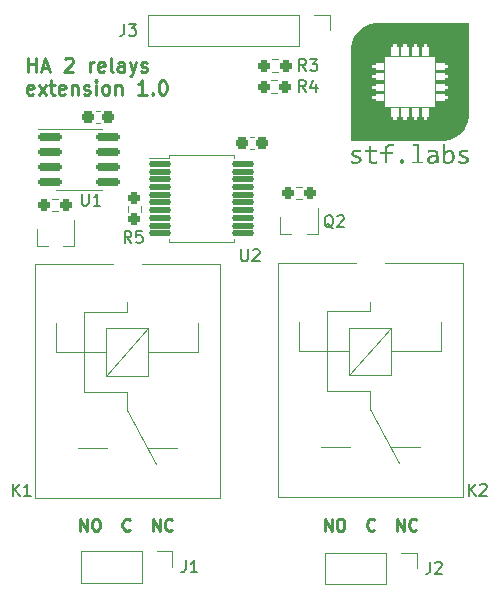
<source format=gto>
G04 #@! TF.GenerationSoftware,KiCad,Pcbnew,7.0.11-2.fc39*
G04 #@! TF.CreationDate,2024-06-02T00:51:06+02:00*
G04 #@! TF.ProjectId,two_relays_extension,74776f5f-7265-46c6-9179-735f65787465,rev?*
G04 #@! TF.SameCoordinates,Original*
G04 #@! TF.FileFunction,Legend,Top*
G04 #@! TF.FilePolarity,Positive*
%FSLAX46Y46*%
G04 Gerber Fmt 4.6, Leading zero omitted, Abs format (unit mm)*
G04 Created by KiCad (PCBNEW 7.0.11-2.fc39) date 2024-06-02 00:51:06*
%MOMM*%
%LPD*%
G01*
G04 APERTURE LIST*
G04 Aperture macros list*
%AMRoundRect*
0 Rectangle with rounded corners*
0 $1 Rounding radius*
0 $2 $3 $4 $5 $6 $7 $8 $9 X,Y pos of 4 corners*
0 Add a 4 corners polygon primitive as box body*
4,1,4,$2,$3,$4,$5,$6,$7,$8,$9,$2,$3,0*
0 Add four circle primitives for the rounded corners*
1,1,$1+$1,$2,$3*
1,1,$1+$1,$4,$5*
1,1,$1+$1,$6,$7*
1,1,$1+$1,$8,$9*
0 Add four rect primitives between the rounded corners*
20,1,$1+$1,$2,$3,$4,$5,0*
20,1,$1+$1,$4,$5,$6,$7,0*
20,1,$1+$1,$6,$7,$8,$9,0*
20,1,$1+$1,$8,$9,$2,$3,0*%
G04 Aperture macros list end*
%ADD10C,0.250000*%
%ADD11C,0.150000*%
%ADD12C,0.120000*%
%ADD13R,1.700000X1.700000*%
%ADD14O,1.700000X1.700000*%
%ADD15R,0.800000X0.900000*%
%ADD16C,3.000000*%
%ADD17C,2.500000*%
%ADD18RoundRect,0.237500X0.300000X0.237500X-0.300000X0.237500X-0.300000X-0.237500X0.300000X-0.237500X0*%
%ADD19RoundRect,0.237500X0.250000X0.237500X-0.250000X0.237500X-0.250000X-0.237500X0.250000X-0.237500X0*%
%ADD20RoundRect,0.237500X-0.237500X0.250000X-0.237500X-0.250000X0.237500X-0.250000X0.237500X0.250000X0*%
%ADD21RoundRect,0.125000X-0.825000X-0.125000X0.825000X-0.125000X0.825000X0.125000X-0.825000X0.125000X0*%
%ADD22RoundRect,0.237500X-0.300000X-0.237500X0.300000X-0.237500X0.300000X0.237500X-0.300000X0.237500X0*%
%ADD23RoundRect,0.150000X-0.825000X-0.150000X0.825000X-0.150000X0.825000X0.150000X-0.825000X0.150000X0*%
G04 APERTURE END LIST*
D10*
X153818568Y-102353619D02*
X153818568Y-101353619D01*
X153818568Y-101353619D02*
X154389996Y-102353619D01*
X154389996Y-102353619D02*
X154389996Y-101353619D01*
X155056663Y-101353619D02*
X155247139Y-101353619D01*
X155247139Y-101353619D02*
X155342377Y-101401238D01*
X155342377Y-101401238D02*
X155437615Y-101496476D01*
X155437615Y-101496476D02*
X155485234Y-101686952D01*
X155485234Y-101686952D02*
X155485234Y-102020285D01*
X155485234Y-102020285D02*
X155437615Y-102210761D01*
X155437615Y-102210761D02*
X155342377Y-102306000D01*
X155342377Y-102306000D02*
X155247139Y-102353619D01*
X155247139Y-102353619D02*
X155056663Y-102353619D01*
X155056663Y-102353619D02*
X154961425Y-102306000D01*
X154961425Y-102306000D02*
X154866187Y-102210761D01*
X154866187Y-102210761D02*
X154818568Y-102020285D01*
X154818568Y-102020285D02*
X154818568Y-101686952D01*
X154818568Y-101686952D02*
X154866187Y-101496476D01*
X154866187Y-101496476D02*
X154961425Y-101401238D01*
X154961425Y-101401238D02*
X155056663Y-101353619D01*
X158009044Y-102258380D02*
X157961425Y-102306000D01*
X157961425Y-102306000D02*
X157818568Y-102353619D01*
X157818568Y-102353619D02*
X157723330Y-102353619D01*
X157723330Y-102353619D02*
X157580473Y-102306000D01*
X157580473Y-102306000D02*
X157485235Y-102210761D01*
X157485235Y-102210761D02*
X157437616Y-102115523D01*
X157437616Y-102115523D02*
X157389997Y-101925047D01*
X157389997Y-101925047D02*
X157389997Y-101782190D01*
X157389997Y-101782190D02*
X157437616Y-101591714D01*
X157437616Y-101591714D02*
X157485235Y-101496476D01*
X157485235Y-101496476D02*
X157580473Y-101401238D01*
X157580473Y-101401238D02*
X157723330Y-101353619D01*
X157723330Y-101353619D02*
X157818568Y-101353619D01*
X157818568Y-101353619D02*
X157961425Y-101401238D01*
X157961425Y-101401238D02*
X158009044Y-101448857D01*
X159961426Y-102353619D02*
X159961426Y-101353619D01*
X159961426Y-101353619D02*
X160532854Y-102353619D01*
X160532854Y-102353619D02*
X160532854Y-101353619D01*
X161580473Y-102258380D02*
X161532854Y-102306000D01*
X161532854Y-102306000D02*
X161389997Y-102353619D01*
X161389997Y-102353619D02*
X161294759Y-102353619D01*
X161294759Y-102353619D02*
X161151902Y-102306000D01*
X161151902Y-102306000D02*
X161056664Y-102210761D01*
X161056664Y-102210761D02*
X161009045Y-102115523D01*
X161009045Y-102115523D02*
X160961426Y-101925047D01*
X160961426Y-101925047D02*
X160961426Y-101782190D01*
X160961426Y-101782190D02*
X161009045Y-101591714D01*
X161009045Y-101591714D02*
X161056664Y-101496476D01*
X161056664Y-101496476D02*
X161151902Y-101401238D01*
X161151902Y-101401238D02*
X161294759Y-101353619D01*
X161294759Y-101353619D02*
X161389997Y-101353619D01*
X161389997Y-101353619D02*
X161532854Y-101401238D01*
X161532854Y-101401238D02*
X161580473Y-101448857D01*
X133117568Y-102353619D02*
X133117568Y-101353619D01*
X133117568Y-101353619D02*
X133688996Y-102353619D01*
X133688996Y-102353619D02*
X133688996Y-101353619D01*
X134355663Y-101353619D02*
X134546139Y-101353619D01*
X134546139Y-101353619D02*
X134641377Y-101401238D01*
X134641377Y-101401238D02*
X134736615Y-101496476D01*
X134736615Y-101496476D02*
X134784234Y-101686952D01*
X134784234Y-101686952D02*
X134784234Y-102020285D01*
X134784234Y-102020285D02*
X134736615Y-102210761D01*
X134736615Y-102210761D02*
X134641377Y-102306000D01*
X134641377Y-102306000D02*
X134546139Y-102353619D01*
X134546139Y-102353619D02*
X134355663Y-102353619D01*
X134355663Y-102353619D02*
X134260425Y-102306000D01*
X134260425Y-102306000D02*
X134165187Y-102210761D01*
X134165187Y-102210761D02*
X134117568Y-102020285D01*
X134117568Y-102020285D02*
X134117568Y-101686952D01*
X134117568Y-101686952D02*
X134165187Y-101496476D01*
X134165187Y-101496476D02*
X134260425Y-101401238D01*
X134260425Y-101401238D02*
X134355663Y-101353619D01*
X137308044Y-102258380D02*
X137260425Y-102306000D01*
X137260425Y-102306000D02*
X137117568Y-102353619D01*
X137117568Y-102353619D02*
X137022330Y-102353619D01*
X137022330Y-102353619D02*
X136879473Y-102306000D01*
X136879473Y-102306000D02*
X136784235Y-102210761D01*
X136784235Y-102210761D02*
X136736616Y-102115523D01*
X136736616Y-102115523D02*
X136688997Y-101925047D01*
X136688997Y-101925047D02*
X136688997Y-101782190D01*
X136688997Y-101782190D02*
X136736616Y-101591714D01*
X136736616Y-101591714D02*
X136784235Y-101496476D01*
X136784235Y-101496476D02*
X136879473Y-101401238D01*
X136879473Y-101401238D02*
X137022330Y-101353619D01*
X137022330Y-101353619D02*
X137117568Y-101353619D01*
X137117568Y-101353619D02*
X137260425Y-101401238D01*
X137260425Y-101401238D02*
X137308044Y-101448857D01*
X139260426Y-102353619D02*
X139260426Y-101353619D01*
X139260426Y-101353619D02*
X139831854Y-102353619D01*
X139831854Y-102353619D02*
X139831854Y-101353619D01*
X140879473Y-102258380D02*
X140831854Y-102306000D01*
X140831854Y-102306000D02*
X140688997Y-102353619D01*
X140688997Y-102353619D02*
X140593759Y-102353619D01*
X140593759Y-102353619D02*
X140450902Y-102306000D01*
X140450902Y-102306000D02*
X140355664Y-102210761D01*
X140355664Y-102210761D02*
X140308045Y-102115523D01*
X140308045Y-102115523D02*
X140260426Y-101925047D01*
X140260426Y-101925047D02*
X140260426Y-101782190D01*
X140260426Y-101782190D02*
X140308045Y-101591714D01*
X140308045Y-101591714D02*
X140355664Y-101496476D01*
X140355664Y-101496476D02*
X140450902Y-101401238D01*
X140450902Y-101401238D02*
X140593759Y-101353619D01*
X140593759Y-101353619D02*
X140688997Y-101353619D01*
X140688997Y-101353619D02*
X140831854Y-101401238D01*
X140831854Y-101401238D02*
X140879473Y-101448857D01*
X128669387Y-63490942D02*
X128669387Y-62290942D01*
X128669387Y-62862371D02*
X129355101Y-62862371D01*
X129355101Y-63490942D02*
X129355101Y-62290942D01*
X129869387Y-63148085D02*
X130440816Y-63148085D01*
X129755101Y-63490942D02*
X130155101Y-62290942D01*
X130155101Y-62290942D02*
X130555101Y-63490942D01*
X131812244Y-62405228D02*
X131869387Y-62348085D01*
X131869387Y-62348085D02*
X131983673Y-62290942D01*
X131983673Y-62290942D02*
X132269387Y-62290942D01*
X132269387Y-62290942D02*
X132383673Y-62348085D01*
X132383673Y-62348085D02*
X132440815Y-62405228D01*
X132440815Y-62405228D02*
X132497958Y-62519514D01*
X132497958Y-62519514D02*
X132497958Y-62633800D01*
X132497958Y-62633800D02*
X132440815Y-62805228D01*
X132440815Y-62805228D02*
X131755101Y-63490942D01*
X131755101Y-63490942D02*
X132497958Y-63490942D01*
X133926530Y-63490942D02*
X133926530Y-62690942D01*
X133926530Y-62919514D02*
X133983673Y-62805228D01*
X133983673Y-62805228D02*
X134040816Y-62748085D01*
X134040816Y-62748085D02*
X134155101Y-62690942D01*
X134155101Y-62690942D02*
X134269387Y-62690942D01*
X135126530Y-63433800D02*
X135012244Y-63490942D01*
X135012244Y-63490942D02*
X134783673Y-63490942D01*
X134783673Y-63490942D02*
X134669387Y-63433800D01*
X134669387Y-63433800D02*
X134612244Y-63319514D01*
X134612244Y-63319514D02*
X134612244Y-62862371D01*
X134612244Y-62862371D02*
X134669387Y-62748085D01*
X134669387Y-62748085D02*
X134783673Y-62690942D01*
X134783673Y-62690942D02*
X135012244Y-62690942D01*
X135012244Y-62690942D02*
X135126530Y-62748085D01*
X135126530Y-62748085D02*
X135183673Y-62862371D01*
X135183673Y-62862371D02*
X135183673Y-62976657D01*
X135183673Y-62976657D02*
X134612244Y-63090942D01*
X135869386Y-63490942D02*
X135755101Y-63433800D01*
X135755101Y-63433800D02*
X135697958Y-63319514D01*
X135697958Y-63319514D02*
X135697958Y-62290942D01*
X136840815Y-63490942D02*
X136840815Y-62862371D01*
X136840815Y-62862371D02*
X136783672Y-62748085D01*
X136783672Y-62748085D02*
X136669386Y-62690942D01*
X136669386Y-62690942D02*
X136440815Y-62690942D01*
X136440815Y-62690942D02*
X136326529Y-62748085D01*
X136840815Y-63433800D02*
X136726529Y-63490942D01*
X136726529Y-63490942D02*
X136440815Y-63490942D01*
X136440815Y-63490942D02*
X136326529Y-63433800D01*
X136326529Y-63433800D02*
X136269386Y-63319514D01*
X136269386Y-63319514D02*
X136269386Y-63205228D01*
X136269386Y-63205228D02*
X136326529Y-63090942D01*
X136326529Y-63090942D02*
X136440815Y-63033800D01*
X136440815Y-63033800D02*
X136726529Y-63033800D01*
X136726529Y-63033800D02*
X136840815Y-62976657D01*
X137297957Y-62690942D02*
X137583671Y-63490942D01*
X137869386Y-62690942D02*
X137583671Y-63490942D01*
X137583671Y-63490942D02*
X137469386Y-63776657D01*
X137469386Y-63776657D02*
X137412243Y-63833800D01*
X137412243Y-63833800D02*
X137297957Y-63890942D01*
X138269386Y-63433800D02*
X138383672Y-63490942D01*
X138383672Y-63490942D02*
X138612243Y-63490942D01*
X138612243Y-63490942D02*
X138726529Y-63433800D01*
X138726529Y-63433800D02*
X138783672Y-63319514D01*
X138783672Y-63319514D02*
X138783672Y-63262371D01*
X138783672Y-63262371D02*
X138726529Y-63148085D01*
X138726529Y-63148085D02*
X138612243Y-63090942D01*
X138612243Y-63090942D02*
X138440815Y-63090942D01*
X138440815Y-63090942D02*
X138326529Y-63033800D01*
X138326529Y-63033800D02*
X138269386Y-62919514D01*
X138269386Y-62919514D02*
X138269386Y-62862371D01*
X138269386Y-62862371D02*
X138326529Y-62748085D01*
X138326529Y-62748085D02*
X138440815Y-62690942D01*
X138440815Y-62690942D02*
X138612243Y-62690942D01*
X138612243Y-62690942D02*
X138726529Y-62748085D01*
X129126530Y-65365800D02*
X129012244Y-65422942D01*
X129012244Y-65422942D02*
X128783673Y-65422942D01*
X128783673Y-65422942D02*
X128669387Y-65365800D01*
X128669387Y-65365800D02*
X128612244Y-65251514D01*
X128612244Y-65251514D02*
X128612244Y-64794371D01*
X128612244Y-64794371D02*
X128669387Y-64680085D01*
X128669387Y-64680085D02*
X128783673Y-64622942D01*
X128783673Y-64622942D02*
X129012244Y-64622942D01*
X129012244Y-64622942D02*
X129126530Y-64680085D01*
X129126530Y-64680085D02*
X129183673Y-64794371D01*
X129183673Y-64794371D02*
X129183673Y-64908657D01*
X129183673Y-64908657D02*
X128612244Y-65022942D01*
X129583672Y-65422942D02*
X130212244Y-64622942D01*
X129583672Y-64622942D02*
X130212244Y-65422942D01*
X130497958Y-64622942D02*
X130955101Y-64622942D01*
X130669387Y-64222942D02*
X130669387Y-65251514D01*
X130669387Y-65251514D02*
X130726530Y-65365800D01*
X130726530Y-65365800D02*
X130840815Y-65422942D01*
X130840815Y-65422942D02*
X130955101Y-65422942D01*
X131812244Y-65365800D02*
X131697958Y-65422942D01*
X131697958Y-65422942D02*
X131469387Y-65422942D01*
X131469387Y-65422942D02*
X131355101Y-65365800D01*
X131355101Y-65365800D02*
X131297958Y-65251514D01*
X131297958Y-65251514D02*
X131297958Y-64794371D01*
X131297958Y-64794371D02*
X131355101Y-64680085D01*
X131355101Y-64680085D02*
X131469387Y-64622942D01*
X131469387Y-64622942D02*
X131697958Y-64622942D01*
X131697958Y-64622942D02*
X131812244Y-64680085D01*
X131812244Y-64680085D02*
X131869387Y-64794371D01*
X131869387Y-64794371D02*
X131869387Y-64908657D01*
X131869387Y-64908657D02*
X131297958Y-65022942D01*
X132383672Y-64622942D02*
X132383672Y-65422942D01*
X132383672Y-64737228D02*
X132440815Y-64680085D01*
X132440815Y-64680085D02*
X132555100Y-64622942D01*
X132555100Y-64622942D02*
X132726529Y-64622942D01*
X132726529Y-64622942D02*
X132840815Y-64680085D01*
X132840815Y-64680085D02*
X132897958Y-64794371D01*
X132897958Y-64794371D02*
X132897958Y-65422942D01*
X133412243Y-65365800D02*
X133526529Y-65422942D01*
X133526529Y-65422942D02*
X133755100Y-65422942D01*
X133755100Y-65422942D02*
X133869386Y-65365800D01*
X133869386Y-65365800D02*
X133926529Y-65251514D01*
X133926529Y-65251514D02*
X133926529Y-65194371D01*
X133926529Y-65194371D02*
X133869386Y-65080085D01*
X133869386Y-65080085D02*
X133755100Y-65022942D01*
X133755100Y-65022942D02*
X133583672Y-65022942D01*
X133583672Y-65022942D02*
X133469386Y-64965800D01*
X133469386Y-64965800D02*
X133412243Y-64851514D01*
X133412243Y-64851514D02*
X133412243Y-64794371D01*
X133412243Y-64794371D02*
X133469386Y-64680085D01*
X133469386Y-64680085D02*
X133583672Y-64622942D01*
X133583672Y-64622942D02*
X133755100Y-64622942D01*
X133755100Y-64622942D02*
X133869386Y-64680085D01*
X134440815Y-65422942D02*
X134440815Y-64622942D01*
X134440815Y-64222942D02*
X134383672Y-64280085D01*
X134383672Y-64280085D02*
X134440815Y-64337228D01*
X134440815Y-64337228D02*
X134497958Y-64280085D01*
X134497958Y-64280085D02*
X134440815Y-64222942D01*
X134440815Y-64222942D02*
X134440815Y-64337228D01*
X135183672Y-65422942D02*
X135069387Y-65365800D01*
X135069387Y-65365800D02*
X135012244Y-65308657D01*
X135012244Y-65308657D02*
X134955101Y-65194371D01*
X134955101Y-65194371D02*
X134955101Y-64851514D01*
X134955101Y-64851514D02*
X135012244Y-64737228D01*
X135012244Y-64737228D02*
X135069387Y-64680085D01*
X135069387Y-64680085D02*
X135183672Y-64622942D01*
X135183672Y-64622942D02*
X135355101Y-64622942D01*
X135355101Y-64622942D02*
X135469387Y-64680085D01*
X135469387Y-64680085D02*
X135526530Y-64737228D01*
X135526530Y-64737228D02*
X135583672Y-64851514D01*
X135583672Y-64851514D02*
X135583672Y-65194371D01*
X135583672Y-65194371D02*
X135526530Y-65308657D01*
X135526530Y-65308657D02*
X135469387Y-65365800D01*
X135469387Y-65365800D02*
X135355101Y-65422942D01*
X135355101Y-65422942D02*
X135183672Y-65422942D01*
X136097958Y-64622942D02*
X136097958Y-65422942D01*
X136097958Y-64737228D02*
X136155101Y-64680085D01*
X136155101Y-64680085D02*
X136269386Y-64622942D01*
X136269386Y-64622942D02*
X136440815Y-64622942D01*
X136440815Y-64622942D02*
X136555101Y-64680085D01*
X136555101Y-64680085D02*
X136612244Y-64794371D01*
X136612244Y-64794371D02*
X136612244Y-65422942D01*
X138726529Y-65422942D02*
X138040815Y-65422942D01*
X138383672Y-65422942D02*
X138383672Y-64222942D01*
X138383672Y-64222942D02*
X138269386Y-64394371D01*
X138269386Y-64394371D02*
X138155101Y-64508657D01*
X138155101Y-64508657D02*
X138040815Y-64565800D01*
X139240815Y-65308657D02*
X139297958Y-65365800D01*
X139297958Y-65365800D02*
X139240815Y-65422942D01*
X139240815Y-65422942D02*
X139183672Y-65365800D01*
X139183672Y-65365800D02*
X139240815Y-65308657D01*
X139240815Y-65308657D02*
X139240815Y-65422942D01*
X140040815Y-64222942D02*
X140155101Y-64222942D01*
X140155101Y-64222942D02*
X140269387Y-64280085D01*
X140269387Y-64280085D02*
X140326530Y-64337228D01*
X140326530Y-64337228D02*
X140383672Y-64451514D01*
X140383672Y-64451514D02*
X140440815Y-64680085D01*
X140440815Y-64680085D02*
X140440815Y-64965800D01*
X140440815Y-64965800D02*
X140383672Y-65194371D01*
X140383672Y-65194371D02*
X140326530Y-65308657D01*
X140326530Y-65308657D02*
X140269387Y-65365800D01*
X140269387Y-65365800D02*
X140155101Y-65422942D01*
X140155101Y-65422942D02*
X140040815Y-65422942D01*
X140040815Y-65422942D02*
X139926530Y-65365800D01*
X139926530Y-65365800D02*
X139869387Y-65308657D01*
X139869387Y-65308657D02*
X139812244Y-65194371D01*
X139812244Y-65194371D02*
X139755101Y-64965800D01*
X139755101Y-64965800D02*
X139755101Y-64680085D01*
X139755101Y-64680085D02*
X139812244Y-64451514D01*
X139812244Y-64451514D02*
X139869387Y-64337228D01*
X139869387Y-64337228D02*
X139926530Y-64280085D01*
X139926530Y-64280085D02*
X140040815Y-64222942D01*
D11*
X136826666Y-59449619D02*
X136826666Y-60163904D01*
X136826666Y-60163904D02*
X136779047Y-60306761D01*
X136779047Y-60306761D02*
X136683809Y-60402000D01*
X136683809Y-60402000D02*
X136540952Y-60449619D01*
X136540952Y-60449619D02*
X136445714Y-60449619D01*
X137207619Y-59449619D02*
X137826666Y-59449619D01*
X137826666Y-59449619D02*
X137493333Y-59830571D01*
X137493333Y-59830571D02*
X137636190Y-59830571D01*
X137636190Y-59830571D02*
X137731428Y-59878190D01*
X137731428Y-59878190D02*
X137779047Y-59925809D01*
X137779047Y-59925809D02*
X137826666Y-60021047D01*
X137826666Y-60021047D02*
X137826666Y-60259142D01*
X137826666Y-60259142D02*
X137779047Y-60354380D01*
X137779047Y-60354380D02*
X137731428Y-60402000D01*
X137731428Y-60402000D02*
X137636190Y-60449619D01*
X137636190Y-60449619D02*
X137350476Y-60449619D01*
X137350476Y-60449619D02*
X137255238Y-60402000D01*
X137255238Y-60402000D02*
X137207619Y-60354380D01*
X162734666Y-104991819D02*
X162734666Y-105706104D01*
X162734666Y-105706104D02*
X162687047Y-105848961D01*
X162687047Y-105848961D02*
X162591809Y-105944200D01*
X162591809Y-105944200D02*
X162448952Y-105991819D01*
X162448952Y-105991819D02*
X162353714Y-105991819D01*
X163163238Y-105087057D02*
X163210857Y-105039438D01*
X163210857Y-105039438D02*
X163306095Y-104991819D01*
X163306095Y-104991819D02*
X163544190Y-104991819D01*
X163544190Y-104991819D02*
X163639428Y-105039438D01*
X163639428Y-105039438D02*
X163687047Y-105087057D01*
X163687047Y-105087057D02*
X163734666Y-105182295D01*
X163734666Y-105182295D02*
X163734666Y-105277533D01*
X163734666Y-105277533D02*
X163687047Y-105420390D01*
X163687047Y-105420390D02*
X163115619Y-105991819D01*
X163115619Y-105991819D02*
X163734666Y-105991819D01*
X154539961Y-76750057D02*
X154444723Y-76702438D01*
X154444723Y-76702438D02*
X154349485Y-76607200D01*
X154349485Y-76607200D02*
X154206628Y-76464342D01*
X154206628Y-76464342D02*
X154111390Y-76416723D01*
X154111390Y-76416723D02*
X154016152Y-76416723D01*
X154063771Y-76654819D02*
X153968533Y-76607200D01*
X153968533Y-76607200D02*
X153873295Y-76511961D01*
X153873295Y-76511961D02*
X153825676Y-76321485D01*
X153825676Y-76321485D02*
X153825676Y-75988152D01*
X153825676Y-75988152D02*
X153873295Y-75797676D01*
X153873295Y-75797676D02*
X153968533Y-75702438D01*
X153968533Y-75702438D02*
X154063771Y-75654819D01*
X154063771Y-75654819D02*
X154254247Y-75654819D01*
X154254247Y-75654819D02*
X154349485Y-75702438D01*
X154349485Y-75702438D02*
X154444723Y-75797676D01*
X154444723Y-75797676D02*
X154492342Y-75988152D01*
X154492342Y-75988152D02*
X154492342Y-76321485D01*
X154492342Y-76321485D02*
X154444723Y-76511961D01*
X154444723Y-76511961D02*
X154349485Y-76607200D01*
X154349485Y-76607200D02*
X154254247Y-76654819D01*
X154254247Y-76654819D02*
X154063771Y-76654819D01*
X154873295Y-75750057D02*
X154920914Y-75702438D01*
X154920914Y-75702438D02*
X155016152Y-75654819D01*
X155016152Y-75654819D02*
X155254247Y-75654819D01*
X155254247Y-75654819D02*
X155349485Y-75702438D01*
X155349485Y-75702438D02*
X155397104Y-75750057D01*
X155397104Y-75750057D02*
X155444723Y-75845295D01*
X155444723Y-75845295D02*
X155444723Y-75940533D01*
X155444723Y-75940533D02*
X155397104Y-76083390D01*
X155397104Y-76083390D02*
X154825676Y-76654819D01*
X154825676Y-76654819D02*
X155444723Y-76654819D01*
X127404905Y-99387819D02*
X127404905Y-98387819D01*
X127976333Y-99387819D02*
X127547762Y-98816390D01*
X127976333Y-98387819D02*
X127404905Y-98959247D01*
X128928714Y-99387819D02*
X128357286Y-99387819D01*
X128643000Y-99387819D02*
X128643000Y-98387819D01*
X128643000Y-98387819D02*
X128547762Y-98530676D01*
X128547762Y-98530676D02*
X128452524Y-98625914D01*
X128452524Y-98625914D02*
X128357286Y-98673533D01*
X137450533Y-77975619D02*
X137117200Y-77499428D01*
X136879105Y-77975619D02*
X136879105Y-76975619D01*
X136879105Y-76975619D02*
X137260057Y-76975619D01*
X137260057Y-76975619D02*
X137355295Y-77023238D01*
X137355295Y-77023238D02*
X137402914Y-77070857D01*
X137402914Y-77070857D02*
X137450533Y-77166095D01*
X137450533Y-77166095D02*
X137450533Y-77308952D01*
X137450533Y-77308952D02*
X137402914Y-77404190D01*
X137402914Y-77404190D02*
X137355295Y-77451809D01*
X137355295Y-77451809D02*
X137260057Y-77499428D01*
X137260057Y-77499428D02*
X136879105Y-77499428D01*
X138355295Y-76975619D02*
X137879105Y-76975619D01*
X137879105Y-76975619D02*
X137831486Y-77451809D01*
X137831486Y-77451809D02*
X137879105Y-77404190D01*
X137879105Y-77404190D02*
X137974343Y-77356571D01*
X137974343Y-77356571D02*
X138212438Y-77356571D01*
X138212438Y-77356571D02*
X138307676Y-77404190D01*
X138307676Y-77404190D02*
X138355295Y-77451809D01*
X138355295Y-77451809D02*
X138402914Y-77547047D01*
X138402914Y-77547047D02*
X138402914Y-77785142D01*
X138402914Y-77785142D02*
X138355295Y-77880380D01*
X138355295Y-77880380D02*
X138307676Y-77928000D01*
X138307676Y-77928000D02*
X138212438Y-77975619D01*
X138212438Y-77975619D02*
X137974343Y-77975619D01*
X137974343Y-77975619D02*
X137879105Y-77928000D01*
X137879105Y-77928000D02*
X137831486Y-77880380D01*
X152207933Y-65199419D02*
X151874600Y-64723228D01*
X151636505Y-65199419D02*
X151636505Y-64199419D01*
X151636505Y-64199419D02*
X152017457Y-64199419D01*
X152017457Y-64199419D02*
X152112695Y-64247038D01*
X152112695Y-64247038D02*
X152160314Y-64294657D01*
X152160314Y-64294657D02*
X152207933Y-64389895D01*
X152207933Y-64389895D02*
X152207933Y-64532752D01*
X152207933Y-64532752D02*
X152160314Y-64627990D01*
X152160314Y-64627990D02*
X152112695Y-64675609D01*
X152112695Y-64675609D02*
X152017457Y-64723228D01*
X152017457Y-64723228D02*
X151636505Y-64723228D01*
X153065076Y-64532752D02*
X153065076Y-65199419D01*
X152826981Y-64151800D02*
X152588886Y-64866085D01*
X152588886Y-64866085D02*
X153207933Y-64866085D01*
X142033666Y-104864819D02*
X142033666Y-105579104D01*
X142033666Y-105579104D02*
X141986047Y-105721961D01*
X141986047Y-105721961D02*
X141890809Y-105817200D01*
X141890809Y-105817200D02*
X141747952Y-105864819D01*
X141747952Y-105864819D02*
X141652714Y-105864819D01*
X143033666Y-105864819D02*
X142462238Y-105864819D01*
X142747952Y-105864819D02*
X142747952Y-104864819D01*
X142747952Y-104864819D02*
X142652714Y-105007676D01*
X142652714Y-105007676D02*
X142557476Y-105102914D01*
X142557476Y-105102914D02*
X142462238Y-105150533D01*
X146735895Y-78525019D02*
X146735895Y-79334542D01*
X146735895Y-79334542D02*
X146783514Y-79429780D01*
X146783514Y-79429780D02*
X146831133Y-79477400D01*
X146831133Y-79477400D02*
X146926371Y-79525019D01*
X146926371Y-79525019D02*
X147116847Y-79525019D01*
X147116847Y-79525019D02*
X147212085Y-79477400D01*
X147212085Y-79477400D02*
X147259704Y-79429780D01*
X147259704Y-79429780D02*
X147307323Y-79334542D01*
X147307323Y-79334542D02*
X147307323Y-78525019D01*
X147735895Y-78620257D02*
X147783514Y-78572638D01*
X147783514Y-78572638D02*
X147878752Y-78525019D01*
X147878752Y-78525019D02*
X148116847Y-78525019D01*
X148116847Y-78525019D02*
X148212085Y-78572638D01*
X148212085Y-78572638D02*
X148259704Y-78620257D01*
X148259704Y-78620257D02*
X148307323Y-78715495D01*
X148307323Y-78715495D02*
X148307323Y-78810733D01*
X148307323Y-78810733D02*
X148259704Y-78953590D01*
X148259704Y-78953590D02*
X147688276Y-79525019D01*
X147688276Y-79525019D02*
X148307323Y-79525019D01*
X133248495Y-73826019D02*
X133248495Y-74635542D01*
X133248495Y-74635542D02*
X133296114Y-74730780D01*
X133296114Y-74730780D02*
X133343733Y-74778400D01*
X133343733Y-74778400D02*
X133438971Y-74826019D01*
X133438971Y-74826019D02*
X133629447Y-74826019D01*
X133629447Y-74826019D02*
X133724685Y-74778400D01*
X133724685Y-74778400D02*
X133772304Y-74730780D01*
X133772304Y-74730780D02*
X133819923Y-74635542D01*
X133819923Y-74635542D02*
X133819923Y-73826019D01*
X134819923Y-74826019D02*
X134248495Y-74826019D01*
X134534209Y-74826019D02*
X134534209Y-73826019D01*
X134534209Y-73826019D02*
X134438971Y-73968876D01*
X134438971Y-73968876D02*
X134343733Y-74064114D01*
X134343733Y-74064114D02*
X134248495Y-74111733D01*
X152233333Y-63421419D02*
X151900000Y-62945228D01*
X151661905Y-63421419D02*
X151661905Y-62421419D01*
X151661905Y-62421419D02*
X152042857Y-62421419D01*
X152042857Y-62421419D02*
X152138095Y-62469038D01*
X152138095Y-62469038D02*
X152185714Y-62516657D01*
X152185714Y-62516657D02*
X152233333Y-62611895D01*
X152233333Y-62611895D02*
X152233333Y-62754752D01*
X152233333Y-62754752D02*
X152185714Y-62849990D01*
X152185714Y-62849990D02*
X152138095Y-62897609D01*
X152138095Y-62897609D02*
X152042857Y-62945228D01*
X152042857Y-62945228D02*
X151661905Y-62945228D01*
X152566667Y-62421419D02*
X153185714Y-62421419D01*
X153185714Y-62421419D02*
X152852381Y-62802371D01*
X152852381Y-62802371D02*
X152995238Y-62802371D01*
X152995238Y-62802371D02*
X153090476Y-62849990D01*
X153090476Y-62849990D02*
X153138095Y-62897609D01*
X153138095Y-62897609D02*
X153185714Y-62992847D01*
X153185714Y-62992847D02*
X153185714Y-63230942D01*
X153185714Y-63230942D02*
X153138095Y-63326180D01*
X153138095Y-63326180D02*
X153090476Y-63373800D01*
X153090476Y-63373800D02*
X152995238Y-63421419D01*
X152995238Y-63421419D02*
X152709524Y-63421419D01*
X152709524Y-63421419D02*
X152614286Y-63373800D01*
X152614286Y-63373800D02*
X152566667Y-63326180D01*
X166012905Y-99387819D02*
X166012905Y-98387819D01*
X166584333Y-99387819D02*
X166155762Y-98816390D01*
X166584333Y-98387819D02*
X166012905Y-98959247D01*
X166965286Y-98483057D02*
X167012905Y-98435438D01*
X167012905Y-98435438D02*
X167108143Y-98387819D01*
X167108143Y-98387819D02*
X167346238Y-98387819D01*
X167346238Y-98387819D02*
X167441476Y-98435438D01*
X167441476Y-98435438D02*
X167489095Y-98483057D01*
X167489095Y-98483057D02*
X167536714Y-98578295D01*
X167536714Y-98578295D02*
X167536714Y-98673533D01*
X167536714Y-98673533D02*
X167489095Y-98816390D01*
X167489095Y-98816390D02*
X166917667Y-99387819D01*
X166917667Y-99387819D02*
X167536714Y-99387819D01*
D12*
X154238000Y-58664800D02*
X154238000Y-59994800D01*
X152908000Y-58664800D02*
X154238000Y-58664800D01*
X151638000Y-58664800D02*
X138878000Y-58664800D01*
X151638000Y-58664800D02*
X151638000Y-61324800D01*
X138878000Y-58664800D02*
X138878000Y-61324800D01*
X151638000Y-61324800D02*
X138878000Y-61324800D01*
X161589000Y-104207000D02*
X161589000Y-105537000D01*
X160259000Y-104207000D02*
X161589000Y-104207000D01*
X158989000Y-104207000D02*
X153849000Y-104207000D01*
X158989000Y-104207000D02*
X158989000Y-106867000D01*
X153849000Y-104207000D02*
X153849000Y-106867000D01*
X158989000Y-106867000D02*
X153849000Y-106867000D01*
X153218000Y-77230000D02*
X153218000Y-75070000D01*
X153218000Y-77230000D02*
X152288000Y-77230000D01*
X150058000Y-77230000D02*
X150058000Y-75770000D01*
X150058000Y-77230000D02*
X150988000Y-77230000D01*
X144914000Y-79777000D02*
X138314000Y-79777000D01*
X144914000Y-79777000D02*
X144914000Y-99577000D01*
X135914000Y-79777000D02*
X129314000Y-79777000D01*
X137064000Y-83827000D02*
X137064000Y-83027000D01*
X137064000Y-83827000D02*
X133464000Y-83827000D01*
X131064000Y-84727000D02*
X131064000Y-87227000D01*
X138864000Y-85227000D02*
X138864000Y-89227000D01*
X135264000Y-85227000D02*
X138864000Y-85227000D01*
X143064000Y-87227000D02*
X143064000Y-84727000D01*
X143064000Y-87227000D02*
X138864000Y-87227000D01*
X135264000Y-87227000D02*
X131064000Y-87227000D01*
X138864000Y-89227000D02*
X135264000Y-89227000D01*
X135264000Y-89227000D02*
X138864000Y-85227000D01*
X135264000Y-89227000D02*
X135264000Y-85227000D01*
X137064000Y-90627000D02*
X133464000Y-90627000D01*
X137064000Y-90627000D02*
X137064000Y-92127000D01*
X133464000Y-90627000D02*
X133464000Y-83827000D01*
X137064000Y-92127000D02*
X139564000Y-96727000D01*
X141314000Y-95327000D02*
X138814000Y-95327000D01*
X132914000Y-95327000D02*
X135364000Y-95327000D01*
X144914000Y-99577000D02*
X129314000Y-99577000D01*
X129314000Y-99577000D02*
X129314000Y-79777000D01*
X134765167Y-67870800D02*
X134472633Y-67870800D01*
X134765167Y-66850800D02*
X134472633Y-66850800D01*
X151869224Y-74309500D02*
X151359776Y-74309500D01*
X151869224Y-73264500D02*
X151359776Y-73264500D01*
X138226300Y-74827676D02*
X138226300Y-75337124D01*
X137181300Y-74827676D02*
X137181300Y-75337124D01*
X132593200Y-78246000D02*
X132593200Y-76086000D01*
X132593200Y-78246000D02*
X131663200Y-78246000D01*
X129433200Y-78246000D02*
X129433200Y-76786000D01*
X129433200Y-78246000D02*
X130363200Y-78246000D01*
X149811824Y-65267100D02*
X149302376Y-65267100D01*
X149811824Y-64222100D02*
X149302376Y-64222100D01*
X131244424Y-75325500D02*
X130734976Y-75325500D01*
X131244424Y-74280500D02*
X130734976Y-74280500D01*
G36*
X161821045Y-70364061D02*
G01*
X161821045Y-71094237D01*
X161994093Y-71094237D01*
X162167140Y-71094237D01*
X162167140Y-71178651D01*
X162167140Y-71263064D01*
X161698646Y-71263064D01*
X161230151Y-71263064D01*
X161230151Y-71178651D01*
X161230151Y-71094237D01*
X161420081Y-71094237D01*
X161610012Y-71094237D01*
X161610012Y-70448474D01*
X161610012Y-69802712D01*
X161441185Y-69802712D01*
X161272358Y-69802712D01*
X161272358Y-69718298D01*
X161272358Y-69633885D01*
X161546702Y-69633885D01*
X161821045Y-69633885D01*
X161821045Y-70364061D01*
G37*
G36*
X160404621Y-70894795D02*
G01*
X160457768Y-70911714D01*
X160498404Y-70935181D01*
X160527721Y-70963871D01*
X160551075Y-71003237D01*
X160554134Y-71009824D01*
X160569650Y-71063018D01*
X160569556Y-71116362D01*
X160554866Y-71167039D01*
X160526591Y-71212234D01*
X160485743Y-71249132D01*
X160463391Y-71262348D01*
X160420652Y-71276299D01*
X160371229Y-71280326D01*
X160322093Y-71274436D01*
X160286845Y-71262182D01*
X160240680Y-71230745D01*
X160207781Y-71189108D01*
X160188656Y-71138128D01*
X160183610Y-71088177D01*
X160190715Y-71031561D01*
X160212046Y-70983469D01*
X160248328Y-70942289D01*
X160249745Y-70941067D01*
X160298392Y-70909391D01*
X160350544Y-70893893D01*
X160404621Y-70894795D01*
G37*
G36*
X159474074Y-69619108D02*
G01*
X159522364Y-69621695D01*
X159552115Y-69624874D01*
X159594128Y-69630647D01*
X159622352Y-69635818D01*
X159639507Y-69643327D01*
X159648310Y-69656116D01*
X159651481Y-69677125D01*
X159651737Y-69709295D01*
X159651620Y-69732513D01*
X159651620Y-69821562D01*
X159628406Y-69816643D01*
X159611025Y-69813583D01*
X159581188Y-69808953D01*
X159543177Y-69803397D01*
X159503897Y-69797916D01*
X159415865Y-69789485D01*
X159341044Y-69790355D01*
X159278304Y-69800914D01*
X159226515Y-69821552D01*
X159184547Y-69852659D01*
X159151273Y-69894624D01*
X159135040Y-69925111D01*
X159127924Y-69942007D01*
X159122678Y-69959196D01*
X159118949Y-69979739D01*
X159116382Y-70006696D01*
X159114623Y-70043129D01*
X159113319Y-70092098D01*
X159112821Y-70117152D01*
X159110007Y-70266986D01*
X159363931Y-70266986D01*
X159617855Y-70266986D01*
X159617855Y-70351399D01*
X159617855Y-70435812D01*
X159364614Y-70435812D01*
X159111374Y-70435812D01*
X159111374Y-70849438D01*
X159111374Y-71263064D01*
X159005857Y-71263064D01*
X158900341Y-71263064D01*
X158900341Y-70849438D01*
X158900341Y-70435812D01*
X158710410Y-70435812D01*
X158520480Y-70435812D01*
X158520480Y-70351399D01*
X158520480Y-70266986D01*
X158710410Y-70266986D01*
X158900341Y-70266986D01*
X158900341Y-70124833D01*
X158901907Y-70043900D01*
X158906967Y-69976551D01*
X158916064Y-69919746D01*
X158929740Y-69870445D01*
X158948538Y-69825611D01*
X158956477Y-69810321D01*
X158995221Y-69755924D01*
X159048017Y-69707676D01*
X159112638Y-69667261D01*
X159186507Y-69636478D01*
X159214852Y-69630280D01*
X159256183Y-69625240D01*
X159306635Y-69621480D01*
X159362344Y-69619123D01*
X159419446Y-69618292D01*
X159474074Y-69619108D01*
G37*
G36*
X157725492Y-69736759D02*
G01*
X157729142Y-69741266D01*
X157731775Y-69751451D01*
X157733557Y-69769359D01*
X157734649Y-69797035D01*
X157735215Y-69836525D01*
X157735419Y-69889874D01*
X157735435Y-69920890D01*
X157735435Y-70106600D01*
X157997117Y-70106600D01*
X158258799Y-70106600D01*
X158258799Y-70191013D01*
X158258799Y-70275427D01*
X157996586Y-70275427D01*
X157734373Y-70275427D01*
X157737015Y-70606750D01*
X157739656Y-70938072D01*
X157763902Y-70987450D01*
X157796215Y-71034865D01*
X157840585Y-71070697D01*
X157896222Y-71094320D01*
X157899675Y-71095275D01*
X157932483Y-71100641D01*
X157977283Y-71103191D01*
X158029434Y-71103009D01*
X158084296Y-71100180D01*
X158137229Y-71094789D01*
X158165944Y-71090394D01*
X158199782Y-71084581D01*
X158227771Y-71080121D01*
X158245349Y-71077728D01*
X158248247Y-71077510D01*
X158253328Y-71082429D01*
X158256623Y-71098658D01*
X158258365Y-71128135D01*
X158258799Y-71165305D01*
X158258799Y-71253255D01*
X158218702Y-71262912D01*
X158193886Y-71266757D01*
X158155870Y-71270052D01*
X158108260Y-71272725D01*
X158054665Y-71274708D01*
X157998693Y-71275929D01*
X157943950Y-71276319D01*
X157894044Y-71275807D01*
X157852584Y-71274324D01*
X157823176Y-71271798D01*
X157816760Y-71270730D01*
X157751198Y-71250834D01*
X157690064Y-71219920D01*
X157636745Y-71180335D01*
X157594628Y-71134422D01*
X157575591Y-71103740D01*
X157565569Y-71083220D01*
X157557243Y-71063312D01*
X157550455Y-71042262D01*
X157545051Y-71018320D01*
X157540874Y-70989734D01*
X157537768Y-70954751D01*
X157535578Y-70911621D01*
X157534146Y-70858592D01*
X157533317Y-70793911D01*
X157532935Y-70715828D01*
X157532843Y-70623969D01*
X157532843Y-70275427D01*
X157368237Y-70275427D01*
X157203631Y-70275427D01*
X157203631Y-70191013D01*
X157203631Y-70106600D01*
X157368055Y-70106600D01*
X157532479Y-70106600D01*
X157534771Y-69944104D01*
X157537064Y-69781608D01*
X157621477Y-69759099D01*
X157658341Y-69749571D01*
X157690185Y-69741892D01*
X157712793Y-69737050D01*
X157720663Y-69735885D01*
X157725492Y-69736759D01*
G37*
G36*
X164022898Y-69952545D02*
G01*
X164020015Y-70271206D01*
X164075243Y-70215687D01*
X164135412Y-70164690D01*
X164202852Y-70124001D01*
X164272970Y-70096202D01*
X164299940Y-70089435D01*
X164331140Y-70085243D01*
X164372426Y-70082815D01*
X164417065Y-70082479D01*
X164432998Y-70082947D01*
X164498598Y-70089331D01*
X164553155Y-70103872D01*
X164601344Y-70128561D01*
X164647839Y-70165391D01*
X164664831Y-70181774D01*
X164710102Y-70236375D01*
X164746801Y-70301300D01*
X164775426Y-70377865D01*
X164796470Y-70467383D01*
X164810045Y-70567179D01*
X164814914Y-70682404D01*
X164806588Y-70789938D01*
X164785468Y-70889017D01*
X164751955Y-70978877D01*
X164706451Y-71058753D01*
X164649358Y-71127880D01*
X164581077Y-71185494D01*
X164502010Y-71230831D01*
X164450523Y-71251490D01*
X164422961Y-71260489D01*
X164398307Y-71266927D01*
X164372634Y-71271299D01*
X164342011Y-71274100D01*
X164302511Y-71275825D01*
X164250205Y-71276968D01*
X164247931Y-71277007D01*
X164161941Y-71276829D01*
X164092347Y-71273148D01*
X164045339Y-71267125D01*
X164005758Y-71258736D01*
X163958417Y-71246827D01*
X163911476Y-71233502D01*
X163895505Y-71228525D01*
X163813202Y-71202067D01*
X163813202Y-71066454D01*
X164024236Y-71066454D01*
X164085435Y-71084068D01*
X164124326Y-71095131D01*
X164152454Y-71102366D01*
X164175276Y-71106641D01*
X164198244Y-71108825D01*
X164226814Y-71109785D01*
X164249289Y-71110141D01*
X164320706Y-71105991D01*
X164369799Y-71095054D01*
X164432596Y-71066941D01*
X164486510Y-71024765D01*
X164530931Y-70969181D01*
X164565251Y-70900842D01*
X164574248Y-70875628D01*
X164584604Y-70831933D01*
X164592079Y-70776235D01*
X164596524Y-70713191D01*
X164597792Y-70647456D01*
X164595736Y-70583687D01*
X164590208Y-70526542D01*
X164586097Y-70501918D01*
X164565324Y-70425109D01*
X164536421Y-70362928D01*
X164499443Y-70315446D01*
X164454445Y-70282740D01*
X164409352Y-70266479D01*
X164352426Y-70262032D01*
X164293874Y-70273888D01*
X164233534Y-70302136D01*
X164171243Y-70346866D01*
X164106840Y-70408165D01*
X164065182Y-70455244D01*
X164024236Y-70504220D01*
X164024236Y-70785337D01*
X164024236Y-71066454D01*
X163813202Y-71066454D01*
X163813202Y-70417976D01*
X163813202Y-69633885D01*
X163919491Y-69633885D01*
X164025780Y-69633885D01*
X164022898Y-69952545D01*
G37*
G36*
X156632303Y-70084739D02*
G01*
X156694037Y-70087555D01*
X156750152Y-70091724D01*
X156796910Y-70097198D01*
X156804777Y-70098439D01*
X156865977Y-70108640D01*
X156865977Y-70201579D01*
X156865977Y-70294519D01*
X156838543Y-70289812D01*
X156818097Y-70286220D01*
X156786449Y-70280565D01*
X156749006Y-70273814D01*
X156730916Y-70270534D01*
X156672067Y-70262148D01*
X156608521Y-70257022D01*
X156544497Y-70255164D01*
X156484215Y-70256587D01*
X156431896Y-70261301D01*
X156391759Y-70269316D01*
X156390593Y-70269667D01*
X156340479Y-70291293D01*
X156303508Y-70320875D01*
X156280627Y-70357126D01*
X156272784Y-70398759D01*
X156275695Y-70425812D01*
X156283523Y-70449886D01*
X156297248Y-70471492D01*
X156318507Y-70491614D01*
X156348937Y-70511237D01*
X156390174Y-70531347D01*
X156443855Y-70552928D01*
X156511619Y-70576966D01*
X156546019Y-70588477D01*
X156637506Y-70620270D01*
X156713720Y-70650547D01*
X156776086Y-70680289D01*
X156826028Y-70710480D01*
X156864972Y-70742102D01*
X156894341Y-70776135D01*
X156915561Y-70813564D01*
X156929376Y-70852821D01*
X156941273Y-70925280D01*
X156937187Y-70993672D01*
X156917715Y-71057129D01*
X156883451Y-71114782D01*
X156834989Y-71165764D01*
X156772926Y-71209207D01*
X156697855Y-71244241D01*
X156650431Y-71259843D01*
X156626576Y-71265385D01*
X156597222Y-71269568D01*
X156559693Y-71272591D01*
X156511316Y-71274654D01*
X156449417Y-71275956D01*
X156431248Y-71276189D01*
X156377866Y-71276622D01*
X156328802Y-71276677D01*
X156287113Y-71276376D01*
X156255857Y-71275744D01*
X156238090Y-71274804D01*
X156237097Y-71274684D01*
X156187517Y-71267409D01*
X156139804Y-71259504D01*
X156098956Y-71251847D01*
X156070381Y-71245423D01*
X156038726Y-71237089D01*
X156038726Y-71144560D01*
X156039278Y-71101079D01*
X156041086Y-71072478D01*
X156044375Y-71056785D01*
X156049334Y-71052030D01*
X156061444Y-71053804D01*
X156086238Y-71058616D01*
X156119953Y-71065705D01*
X156153976Y-71073213D01*
X156235096Y-71088547D01*
X156317525Y-71098737D01*
X156398318Y-71103776D01*
X156474533Y-71103660D01*
X156543227Y-71098384D01*
X156601458Y-71087942D01*
X156642687Y-71074034D01*
X156682575Y-71050766D01*
X156707493Y-71022921D01*
X156719276Y-70987538D01*
X156720299Y-70948740D01*
X156715994Y-70915034D01*
X156706951Y-70891811D01*
X156696620Y-70878407D01*
X156669770Y-70857250D01*
X156627586Y-70834086D01*
X156571413Y-70809517D01*
X156502596Y-70784147D01*
X156443910Y-70765084D01*
X156352047Y-70734240D01*
X156275578Y-70702864D01*
X156213020Y-70670003D01*
X156162891Y-70634698D01*
X156123707Y-70595995D01*
X156093985Y-70552938D01*
X156083765Y-70532888D01*
X156063921Y-70470694D01*
X156058904Y-70404559D01*
X156068703Y-70338595D01*
X156084404Y-70294653D01*
X156119617Y-70237229D01*
X156168876Y-70186759D01*
X156230315Y-70144563D01*
X156302064Y-70111961D01*
X156370134Y-70092700D01*
X156403911Y-70088005D01*
X156450754Y-70084911D01*
X156506925Y-70083368D01*
X156568687Y-70083327D01*
X156632303Y-70084739D01*
G37*
G36*
X165732071Y-70084739D02*
G01*
X165793804Y-70087555D01*
X165849919Y-70091724D01*
X165896677Y-70097198D01*
X165904545Y-70098439D01*
X165965744Y-70108640D01*
X165965744Y-70201579D01*
X165965744Y-70294519D01*
X165938310Y-70289812D01*
X165917864Y-70286220D01*
X165886217Y-70280565D01*
X165848773Y-70273814D01*
X165830683Y-70270534D01*
X165771834Y-70262148D01*
X165708288Y-70257022D01*
X165644264Y-70255164D01*
X165583983Y-70256587D01*
X165531663Y-70261301D01*
X165491527Y-70269316D01*
X165490361Y-70269667D01*
X165440246Y-70291293D01*
X165403275Y-70320875D01*
X165380395Y-70357126D01*
X165372551Y-70398759D01*
X165375463Y-70425812D01*
X165383291Y-70449886D01*
X165397016Y-70471492D01*
X165418274Y-70491614D01*
X165448704Y-70511237D01*
X165489941Y-70531347D01*
X165543623Y-70552928D01*
X165611386Y-70576966D01*
X165645787Y-70588477D01*
X165737273Y-70620270D01*
X165813487Y-70650547D01*
X165875853Y-70680289D01*
X165925796Y-70710480D01*
X165964739Y-70742102D01*
X165994109Y-70776135D01*
X166015328Y-70813564D01*
X166029143Y-70852821D01*
X166041040Y-70925280D01*
X166036955Y-70993672D01*
X166017482Y-71057129D01*
X165983218Y-71114782D01*
X165934757Y-71165764D01*
X165872693Y-71209207D01*
X165797622Y-71244241D01*
X165750199Y-71259843D01*
X165726344Y-71265385D01*
X165696989Y-71269568D01*
X165659460Y-71272591D01*
X165611083Y-71274654D01*
X165549184Y-71275956D01*
X165531015Y-71276189D01*
X165477633Y-71276622D01*
X165428569Y-71276677D01*
X165386880Y-71276376D01*
X165355624Y-71275744D01*
X165337857Y-71274804D01*
X165336864Y-71274684D01*
X165287284Y-71267409D01*
X165239571Y-71259504D01*
X165198723Y-71251847D01*
X165170148Y-71245423D01*
X165138493Y-71237089D01*
X165138493Y-71144560D01*
X165139045Y-71101079D01*
X165140853Y-71072478D01*
X165144142Y-71056785D01*
X165149102Y-71052030D01*
X165161211Y-71053804D01*
X165186006Y-71058616D01*
X165219720Y-71065705D01*
X165253743Y-71073213D01*
X165334864Y-71088547D01*
X165417292Y-71098737D01*
X165498085Y-71103776D01*
X165574300Y-71103660D01*
X165642995Y-71098384D01*
X165701225Y-71087942D01*
X165742455Y-71074034D01*
X165782342Y-71050766D01*
X165807260Y-71022921D01*
X165819043Y-70987538D01*
X165820066Y-70948740D01*
X165815762Y-70915034D01*
X165806719Y-70891811D01*
X165796387Y-70878407D01*
X165769538Y-70857250D01*
X165727354Y-70834086D01*
X165671181Y-70809517D01*
X165602364Y-70784147D01*
X165543677Y-70765084D01*
X165451814Y-70734240D01*
X165375345Y-70702864D01*
X165312787Y-70670003D01*
X165262658Y-70634698D01*
X165223474Y-70595995D01*
X165193753Y-70552938D01*
X165183532Y-70532888D01*
X165163689Y-70470694D01*
X165158672Y-70404559D01*
X165168470Y-70338595D01*
X165184171Y-70294653D01*
X165219384Y-70237229D01*
X165268644Y-70186759D01*
X165330082Y-70144563D01*
X165401831Y-70111961D01*
X165469901Y-70092700D01*
X165503679Y-70088005D01*
X165550521Y-70084911D01*
X165606692Y-70083368D01*
X165668454Y-70083327D01*
X165732071Y-70084739D01*
G37*
G36*
X163096213Y-70085817D02*
G01*
X163151531Y-70093558D01*
X163200896Y-70106492D01*
X163247826Y-70125172D01*
X163262142Y-70132071D01*
X163323243Y-70171765D01*
X163373644Y-70223616D01*
X163411959Y-70285695D01*
X163436801Y-70356076D01*
X163441988Y-70381897D01*
X163443615Y-70400218D01*
X163445136Y-70433544D01*
X163446517Y-70479998D01*
X163447725Y-70537703D01*
X163448728Y-70604782D01*
X163449493Y-70679359D01*
X163449986Y-70759554D01*
X163450175Y-70843493D01*
X163450175Y-70847328D01*
X163450224Y-71263064D01*
X163358354Y-71263064D01*
X163315488Y-71262919D01*
X163286694Y-71260818D01*
X163269170Y-71254262D01*
X163260114Y-71240751D01*
X163256725Y-71217787D01*
X163256201Y-71182870D01*
X163256189Y-71171936D01*
X163256073Y-71118795D01*
X163205474Y-71159737D01*
X163135411Y-71208068D01*
X163059184Y-71245869D01*
X162997394Y-71266547D01*
X162959250Y-71273331D01*
X162910936Y-71277512D01*
X162857838Y-71279065D01*
X162805345Y-71277964D01*
X162758844Y-71274183D01*
X162724269Y-71267850D01*
X162652282Y-71240397D01*
X162592999Y-71201881D01*
X162546671Y-71152642D01*
X162513552Y-71093020D01*
X162493893Y-71023354D01*
X162487911Y-70949954D01*
X162488769Y-70940001D01*
X162707386Y-70940001D01*
X162712461Y-70989808D01*
X162728809Y-71029581D01*
X162758115Y-71063182D01*
X162762944Y-71067281D01*
X162809811Y-71095235D01*
X162864280Y-71108171D01*
X162926197Y-71106065D01*
X162964406Y-71098218D01*
X163025870Y-71076531D01*
X163091942Y-71043119D01*
X163158043Y-71000418D01*
X163181993Y-70982438D01*
X163238698Y-70938072D01*
X163238945Y-70833364D01*
X163239191Y-70728656D01*
X163068254Y-70733531D01*
X162998323Y-70736014D01*
X162942590Y-70739358D01*
X162898376Y-70744071D01*
X162863000Y-70750660D01*
X162833782Y-70759632D01*
X162808041Y-70771494D01*
X162783097Y-70786755D01*
X162781527Y-70787817D01*
X162749222Y-70818993D01*
X162724591Y-70861102D01*
X162710139Y-70909008D01*
X162707386Y-70940001D01*
X162488769Y-70940001D01*
X162494768Y-70870392D01*
X162515483Y-70800430D01*
X162550270Y-70739735D01*
X162599343Y-70687967D01*
X162662917Y-70644792D01*
X162691794Y-70630160D01*
X162727976Y-70614620D01*
X162764254Y-70602295D01*
X162803383Y-70592754D01*
X162848116Y-70585561D01*
X162901209Y-70580284D01*
X162965415Y-70576489D01*
X163043490Y-70573741D01*
X163051371Y-70573528D01*
X163239191Y-70568556D01*
X163239191Y-70503245D01*
X163233798Y-70435102D01*
X163217267Y-70379108D01*
X163189070Y-70334280D01*
X163148678Y-70299636D01*
X163121915Y-70284959D01*
X163101830Y-70276059D01*
X163083636Y-70269936D01*
X163063549Y-70266094D01*
X163037782Y-70264037D01*
X163002549Y-70263270D01*
X162956406Y-70263287D01*
X162873962Y-70266621D01*
X162797528Y-70276608D01*
X162721671Y-70294387D01*
X162640958Y-70321092D01*
X162595538Y-70338773D01*
X162589183Y-70340056D01*
X162584960Y-70336011D01*
X162582439Y-70323997D01*
X162581192Y-70301375D01*
X162580788Y-70265507D01*
X162580766Y-70248015D01*
X162580766Y-70151266D01*
X162641966Y-70133127D01*
X162707643Y-70114820D01*
X162765555Y-70101699D01*
X162821866Y-70092788D01*
X162882739Y-70087110D01*
X162953645Y-70083709D01*
X163031424Y-70082718D01*
X163096213Y-70085817D01*
G37*
G36*
X166030814Y-63342974D02*
G01*
X166028142Y-67308295D01*
X166010153Y-67413812D01*
X165971619Y-67602652D01*
X165922040Y-67780161D01*
X165860614Y-67948429D01*
X165786537Y-68109546D01*
X165699007Y-68265602D01*
X165658329Y-68329697D01*
X165574735Y-68447149D01*
X165479115Y-68564243D01*
X165375407Y-68676651D01*
X165267550Y-68780042D01*
X165184920Y-68850169D01*
X165047970Y-68950613D01*
X164900751Y-69041940D01*
X164745865Y-69123027D01*
X164585910Y-69192748D01*
X164423488Y-69249979D01*
X164261197Y-69293594D01*
X164101639Y-69322468D01*
X164089656Y-69324033D01*
X164056793Y-69328912D01*
X164031449Y-69334022D01*
X164017413Y-69338537D01*
X164015794Y-69340144D01*
X164007440Y-69340581D01*
X163982723Y-69341011D01*
X163942166Y-69341433D01*
X163886287Y-69341846D01*
X163815609Y-69342249D01*
X163730653Y-69342642D01*
X163631937Y-69343023D01*
X163519985Y-69343391D01*
X163395315Y-69343746D01*
X163258450Y-69344086D01*
X163109909Y-69344411D01*
X162950214Y-69344721D01*
X162779885Y-69345013D01*
X162599442Y-69345288D01*
X162409408Y-69345543D01*
X162210302Y-69345780D01*
X162002644Y-69345995D01*
X161786957Y-69346190D01*
X161563761Y-69346362D01*
X161333575Y-69346511D01*
X161096922Y-69346636D01*
X160854322Y-69346736D01*
X160606295Y-69346811D01*
X160353363Y-69346858D01*
X160096045Y-69346878D01*
X160039922Y-69346879D01*
X156064050Y-69346879D01*
X156064157Y-66586560D01*
X159440587Y-66586560D01*
X159440587Y-66941097D01*
X159440587Y-67295633D01*
X159525000Y-67295633D01*
X159609413Y-67295633D01*
X159609413Y-67434915D01*
X159609413Y-67574197D01*
X159752916Y-67574197D01*
X159896419Y-67574197D01*
X159896419Y-67434915D01*
X159896419Y-67295633D01*
X159980833Y-67295633D01*
X160065246Y-67295633D01*
X160065246Y-66941097D01*
X160065246Y-66586560D01*
X160284721Y-66586560D01*
X160284721Y-66941097D01*
X160284721Y-67295633D01*
X160369134Y-67295633D01*
X160453548Y-67295633D01*
X160453548Y-67434915D01*
X160453548Y-67574197D01*
X160597051Y-67574197D01*
X160740553Y-67574197D01*
X160740553Y-67434915D01*
X160740553Y-67295633D01*
X160824967Y-67295633D01*
X160909380Y-67295633D01*
X160909380Y-66941097D01*
X160909380Y-66586560D01*
X161187945Y-66586560D01*
X161187945Y-66941097D01*
X161187945Y-67295633D01*
X161272358Y-67295633D01*
X161356771Y-67295633D01*
X161356771Y-67434915D01*
X161356771Y-67574197D01*
X161500274Y-67574197D01*
X161643777Y-67574197D01*
X161643777Y-67434915D01*
X161643777Y-67295633D01*
X161728190Y-67295633D01*
X161812604Y-67295633D01*
X161812604Y-66941097D01*
X161812604Y-66586560D01*
X162032079Y-66586560D01*
X162032079Y-66941097D01*
X162032079Y-67295633D01*
X162116492Y-67295633D01*
X162200906Y-67295633D01*
X162200906Y-67434915D01*
X162200906Y-67574197D01*
X162344408Y-67574197D01*
X162487911Y-67574197D01*
X162487911Y-67434915D01*
X162487911Y-67295633D01*
X162572325Y-67295633D01*
X162656738Y-67295633D01*
X162656738Y-66941097D01*
X162656738Y-66586560D01*
X162344408Y-66586560D01*
X162032079Y-66586560D01*
X161812604Y-66586560D01*
X161500274Y-66586560D01*
X161187945Y-66586560D01*
X160909380Y-66586560D01*
X160597051Y-66586560D01*
X160284721Y-66586560D01*
X160065246Y-66586560D01*
X159752916Y-66586560D01*
X159440587Y-66586560D01*
X156064157Y-66586560D01*
X156064188Y-65801515D01*
X157836731Y-65801515D01*
X157976014Y-65801515D01*
X158115296Y-65801515D01*
X158115296Y-65885929D01*
X158115296Y-65970342D01*
X158469832Y-65970342D01*
X158824369Y-65970342D01*
X158824369Y-65658012D01*
X158824369Y-65345683D01*
X158469832Y-65345683D01*
X158115296Y-65345683D01*
X158115296Y-65430096D01*
X158115296Y-65514510D01*
X157976014Y-65514510D01*
X157836731Y-65514510D01*
X157836731Y-65658012D01*
X157836731Y-65801515D01*
X156064188Y-65801515D01*
X156064204Y-65381558D01*
X156064222Y-65068031D01*
X156064232Y-64957381D01*
X157836731Y-64957381D01*
X157976014Y-64957381D01*
X158115296Y-64957381D01*
X158115296Y-65041794D01*
X158115296Y-65126208D01*
X158469832Y-65126208D01*
X158824369Y-65126208D01*
X158824369Y-64813878D01*
X158824369Y-64501548D01*
X158469832Y-64501548D01*
X158115296Y-64501548D01*
X158115296Y-64585962D01*
X158115296Y-64670375D01*
X157976014Y-64670375D01*
X157836731Y-64670375D01*
X157836731Y-64813878D01*
X157836731Y-64957381D01*
X156064232Y-64957381D01*
X156064250Y-64770947D01*
X156064291Y-64489869D01*
X156064345Y-64224357D01*
X156064392Y-64054157D01*
X157836731Y-64054157D01*
X157976014Y-64054157D01*
X158115296Y-64054157D01*
X158115296Y-64138571D01*
X158115296Y-64222984D01*
X158469832Y-64222984D01*
X158824369Y-64222984D01*
X158824369Y-63910654D01*
X158824369Y-63598325D01*
X158469832Y-63598325D01*
X158115296Y-63598325D01*
X158115296Y-63682738D01*
X158115296Y-63767152D01*
X157976014Y-63767152D01*
X157836731Y-63767152D01*
X157836731Y-63910654D01*
X157836731Y-64054157D01*
X156064392Y-64054157D01*
X156064414Y-63973973D01*
X156064499Y-63738279D01*
X156064602Y-63516835D01*
X156064723Y-63309203D01*
X156064795Y-63210023D01*
X157836731Y-63210023D01*
X157976014Y-63210023D01*
X158115296Y-63210023D01*
X158115296Y-63294436D01*
X158115296Y-63378850D01*
X158469832Y-63378850D01*
X158824369Y-63378850D01*
X158824369Y-63079182D01*
X158824369Y-62779515D01*
X158469832Y-62779515D01*
X158115296Y-62779515D01*
X158115296Y-62851266D01*
X158115296Y-62923017D01*
X157976014Y-62923017D01*
X157836731Y-62923017D01*
X157836731Y-63066520D01*
X157836731Y-63210023D01*
X156064795Y-63210023D01*
X156064865Y-63114944D01*
X156065028Y-62933620D01*
X156065214Y-62764792D01*
X156065424Y-62608021D01*
X156065660Y-62462868D01*
X156065923Y-62328896D01*
X156066035Y-62281475D01*
X158959430Y-62281475D01*
X158959430Y-64366487D01*
X158959430Y-66451499D01*
X161048662Y-66451499D01*
X163137895Y-66451499D01*
X163137895Y-65345683D01*
X163272956Y-65345683D01*
X163272956Y-65645350D01*
X163272956Y-65945018D01*
X163627493Y-65945018D01*
X163982029Y-65945018D01*
X163982029Y-65860605D01*
X163982029Y-65776191D01*
X164121311Y-65776191D01*
X164260593Y-65776191D01*
X164260593Y-65645350D01*
X164260593Y-65514510D01*
X164121311Y-65514510D01*
X163982029Y-65514510D01*
X163982029Y-65430096D01*
X163982029Y-65345683D01*
X163627493Y-65345683D01*
X163272956Y-65345683D01*
X163137895Y-65345683D01*
X163137895Y-64501548D01*
X163272956Y-64501548D01*
X163272956Y-64813878D01*
X163272956Y-65126208D01*
X163627493Y-65126208D01*
X163982029Y-65126208D01*
X163982029Y-65041794D01*
X163982029Y-64957381D01*
X164121311Y-64957381D01*
X164260593Y-64957381D01*
X164260593Y-64813878D01*
X164260593Y-64670375D01*
X164121311Y-64670375D01*
X163982029Y-64670375D01*
X163982029Y-64585962D01*
X163982029Y-64501548D01*
X163627493Y-64501548D01*
X163272956Y-64501548D01*
X163137895Y-64501548D01*
X163137895Y-64366487D01*
X163137895Y-63606766D01*
X163272956Y-63606766D01*
X163272956Y-63914875D01*
X163272956Y-64222984D01*
X163627493Y-64222984D01*
X163982029Y-64222984D01*
X163982029Y-64138571D01*
X163982029Y-64054157D01*
X164121311Y-64054157D01*
X164260593Y-64054157D01*
X164260593Y-63914875D01*
X164260593Y-63775593D01*
X164121311Y-63775593D01*
X163982029Y-63775593D01*
X163982029Y-63691180D01*
X163982029Y-63606766D01*
X163627493Y-63606766D01*
X163272956Y-63606766D01*
X163137895Y-63606766D01*
X163137895Y-62754191D01*
X163272956Y-62754191D01*
X163272956Y-63066520D01*
X163272956Y-63378850D01*
X163627493Y-63378850D01*
X163982029Y-63378850D01*
X163982029Y-63294436D01*
X163982029Y-63210023D01*
X164121311Y-63210023D01*
X164260593Y-63210023D01*
X164260593Y-63066520D01*
X164260593Y-62923017D01*
X164121311Y-62923017D01*
X163982029Y-62923017D01*
X163982029Y-62838604D01*
X163982029Y-62754191D01*
X163627493Y-62754191D01*
X163272956Y-62754191D01*
X163137895Y-62754191D01*
X163137895Y-62281475D01*
X161048662Y-62281475D01*
X158959430Y-62281475D01*
X156066035Y-62281475D01*
X156066214Y-62205664D01*
X156066406Y-62137973D01*
X159440587Y-62137973D01*
X159752916Y-62137973D01*
X160065246Y-62137973D01*
X160284721Y-62137973D01*
X160597051Y-62137973D01*
X160909380Y-62137973D01*
X161196386Y-62137973D01*
X161504495Y-62137973D01*
X161812604Y-62137973D01*
X162040520Y-62137973D01*
X162348629Y-62137973D01*
X162656738Y-62137973D01*
X162656738Y-61783436D01*
X162656738Y-61428900D01*
X162572325Y-61428900D01*
X162487911Y-61428900D01*
X162487911Y-61285397D01*
X162487911Y-61141894D01*
X162344408Y-61141894D01*
X162200906Y-61141894D01*
X162200906Y-61285397D01*
X162200906Y-61428900D01*
X162120713Y-61428900D01*
X162040520Y-61428900D01*
X162040520Y-61783436D01*
X162040520Y-62137973D01*
X161812604Y-62137973D01*
X161812604Y-61783436D01*
X161812604Y-61428900D01*
X161723970Y-61428900D01*
X161635336Y-61428900D01*
X161635336Y-61285397D01*
X161635336Y-61141894D01*
X161496054Y-61141894D01*
X161356771Y-61141894D01*
X161356771Y-61285397D01*
X161356771Y-61428900D01*
X161276579Y-61428900D01*
X161196386Y-61428900D01*
X161196386Y-61783436D01*
X161196386Y-62137973D01*
X160909380Y-62137973D01*
X160909380Y-61783436D01*
X160909380Y-61428900D01*
X160829187Y-61428900D01*
X160748995Y-61428900D01*
X160748995Y-61285397D01*
X160748995Y-61141894D01*
X160597051Y-61141894D01*
X160445106Y-61141894D01*
X160445106Y-61285397D01*
X160445106Y-61428900D01*
X160364914Y-61428900D01*
X160284721Y-61428900D01*
X160284721Y-61783436D01*
X160284721Y-62137973D01*
X160065246Y-62137973D01*
X160065246Y-61783436D01*
X160065246Y-61428900D01*
X159985053Y-61428900D01*
X159904860Y-61428900D01*
X159904860Y-61285397D01*
X159904860Y-61141894D01*
X159752916Y-61141894D01*
X159600972Y-61141894D01*
X159600972Y-61285397D01*
X159600972Y-61428900D01*
X159520779Y-61428900D01*
X159440587Y-61428900D01*
X159440587Y-61783436D01*
X159440587Y-62137973D01*
X156066406Y-62137973D01*
X156066534Y-62092735D01*
X156066886Y-61989670D01*
X156067269Y-61896030D01*
X156067686Y-61811377D01*
X156068138Y-61735271D01*
X156068627Y-61667274D01*
X156069152Y-61606948D01*
X156069717Y-61553854D01*
X156070322Y-61507552D01*
X156070968Y-61467605D01*
X156071657Y-61433574D01*
X156072391Y-61405020D01*
X156073170Y-61381504D01*
X156073996Y-61362588D01*
X156074870Y-61347833D01*
X156075794Y-61336800D01*
X156076530Y-61330634D01*
X156112318Y-61135573D01*
X156163293Y-60947659D01*
X156229671Y-60766375D01*
X156311663Y-60591204D01*
X156409486Y-60421628D01*
X156517698Y-60264677D01*
X156564005Y-60206694D01*
X156620696Y-60142138D01*
X156684463Y-60074317D01*
X156752000Y-60006537D01*
X156820001Y-59942105D01*
X156885157Y-59884328D01*
X156944162Y-59836513D01*
X156951073Y-59831302D01*
X157115796Y-59718186D01*
X157285620Y-59621104D01*
X157461064Y-59539842D01*
X157642645Y-59474186D01*
X157830880Y-59423922D01*
X158017030Y-59390134D01*
X158025528Y-59389171D01*
X158037414Y-59388260D01*
X158053128Y-59387397D01*
X158073108Y-59386583D01*
X158097793Y-59385815D01*
X158127621Y-59385092D01*
X158163032Y-59384413D01*
X158204464Y-59383777D01*
X158252355Y-59383182D01*
X158307145Y-59382627D01*
X158369272Y-59382110D01*
X158439174Y-59381631D01*
X158517291Y-59381187D01*
X158604061Y-59380778D01*
X158699922Y-59380403D01*
X158805314Y-59380059D01*
X158920674Y-59379746D01*
X159046443Y-59379462D01*
X159183058Y-59379205D01*
X159330957Y-59378976D01*
X159490581Y-59378771D01*
X159662367Y-59378591D01*
X159846754Y-59378433D01*
X160044180Y-59378296D01*
X160255085Y-59378179D01*
X160479908Y-59378081D01*
X160719085Y-59378000D01*
X160973058Y-59377934D01*
X161242263Y-59377884D01*
X161527140Y-59377846D01*
X161828128Y-59377821D01*
X162068059Y-59377808D01*
X166033485Y-59377654D01*
X166030814Y-63342974D01*
G37*
X140903000Y-104080000D02*
X140903000Y-105410000D01*
X139573000Y-104080000D02*
X140903000Y-104080000D01*
X138303000Y-104080000D02*
X133163000Y-104080000D01*
X138303000Y-104080000D02*
X138303000Y-106740000D01*
X133163000Y-104080000D02*
X133163000Y-106740000D01*
X138303000Y-106740000D02*
X133163000Y-106740000D01*
X140602800Y-70530200D02*
X140602800Y-70805200D01*
X140602800Y-70805200D02*
X138912800Y-70805200D01*
X140602800Y-77950200D02*
X140602800Y-77675200D01*
X143362800Y-70530200D02*
X140602800Y-70530200D01*
X143362800Y-70530200D02*
X146122800Y-70530200D01*
X143362800Y-77950200D02*
X140602800Y-77950200D01*
X143362800Y-77950200D02*
X146122800Y-77950200D01*
X146122800Y-70530200D02*
X146122800Y-70805200D01*
X146122800Y-77950200D02*
X146122800Y-77675200D01*
X147505033Y-69035200D02*
X147797567Y-69035200D01*
X147505033Y-70055200D02*
X147797567Y-70055200D01*
X133008600Y-68382200D02*
X129558600Y-68382200D01*
X133008600Y-68382200D02*
X134958600Y-68382200D01*
X133008600Y-73502200D02*
X131058600Y-73502200D01*
X133008600Y-73502200D02*
X134958600Y-73502200D01*
X149837224Y-63489100D02*
X149327776Y-63489100D01*
X149837224Y-62444100D02*
X149327776Y-62444100D01*
X165488000Y-79700000D02*
X158888000Y-79700000D01*
X165488000Y-79700000D02*
X165488000Y-99500000D01*
X156488000Y-79700000D02*
X149888000Y-79700000D01*
X157638000Y-83750000D02*
X157638000Y-82950000D01*
X157638000Y-83750000D02*
X154038000Y-83750000D01*
X151638000Y-84650000D02*
X151638000Y-87150000D01*
X159438000Y-85150000D02*
X159438000Y-89150000D01*
X155838000Y-85150000D02*
X159438000Y-85150000D01*
X163638000Y-87150000D02*
X163638000Y-84650000D01*
X163638000Y-87150000D02*
X159438000Y-87150000D01*
X155838000Y-87150000D02*
X151638000Y-87150000D01*
X159438000Y-89150000D02*
X155838000Y-89150000D01*
X155838000Y-89150000D02*
X159438000Y-85150000D01*
X155838000Y-89150000D02*
X155838000Y-85150000D01*
X157638000Y-90550000D02*
X154038000Y-90550000D01*
X157638000Y-90550000D02*
X157638000Y-92050000D01*
X154038000Y-90550000D02*
X154038000Y-83750000D01*
X157638000Y-92050000D02*
X160138000Y-96650000D01*
X161888000Y-95250000D02*
X159388000Y-95250000D01*
X153488000Y-95250000D02*
X155938000Y-95250000D01*
X165488000Y-99500000D02*
X149888000Y-99500000D01*
X149888000Y-99500000D02*
X149888000Y-79700000D01*
%LPC*%
D13*
X152908000Y-59994800D03*
D14*
X150368000Y-59994800D03*
X147828000Y-59994800D03*
X145288000Y-59994800D03*
X142748000Y-59994800D03*
X140208000Y-59994800D03*
D13*
X160259000Y-105537000D03*
D14*
X157719000Y-105537000D03*
X155179000Y-105537000D03*
D15*
X152588000Y-75470000D03*
X150688000Y-75470000D03*
X151638000Y-77470000D03*
D16*
X137114000Y-81177000D03*
D17*
X131064000Y-83127000D03*
D16*
X131064000Y-95327000D03*
X143114000Y-95377000D03*
D17*
X143064000Y-83127000D03*
D18*
X135481400Y-67360800D03*
X133756400Y-67360800D03*
D19*
X152527000Y-73787000D03*
X150702000Y-73787000D03*
D20*
X137703800Y-74169900D03*
X137703800Y-75994900D03*
D15*
X131963200Y-76486000D03*
X130063200Y-76486000D03*
X131013200Y-78486000D03*
D19*
X150469600Y-64744600D03*
X148644600Y-64744600D03*
X131902200Y-74803000D03*
X130077200Y-74803000D03*
D13*
X139573000Y-105410000D03*
D14*
X137033000Y-105410000D03*
X134493000Y-105410000D03*
D21*
X139862800Y-71315200D03*
X139862800Y-71965200D03*
X139862800Y-72615200D03*
X139862800Y-73265200D03*
X139862800Y-73915200D03*
X139862800Y-74565200D03*
X139862800Y-75215200D03*
X139862800Y-75865200D03*
X139862800Y-76515200D03*
X139862800Y-77165200D03*
X146862800Y-77165200D03*
X146862800Y-76515200D03*
X146862800Y-75865200D03*
X146862800Y-75215200D03*
X146862800Y-74565200D03*
X146862800Y-73915200D03*
X146862800Y-73265200D03*
X146862800Y-72615200D03*
X146862800Y-71965200D03*
X146862800Y-71315200D03*
D22*
X146788800Y-69545200D03*
X148513800Y-69545200D03*
D23*
X130533600Y-69037200D03*
X130533600Y-70307200D03*
X130533600Y-71577200D03*
X130533600Y-72847200D03*
X135483600Y-72847200D03*
X135483600Y-71577200D03*
X135483600Y-70307200D03*
X135483600Y-69037200D03*
D19*
X150495000Y-62966600D03*
X148670000Y-62966600D03*
D16*
X157688000Y-81100000D03*
D17*
X151638000Y-83050000D03*
D16*
X151638000Y-95250000D03*
X163688000Y-95300000D03*
D17*
X163638000Y-83050000D03*
%LPD*%
M02*

</source>
